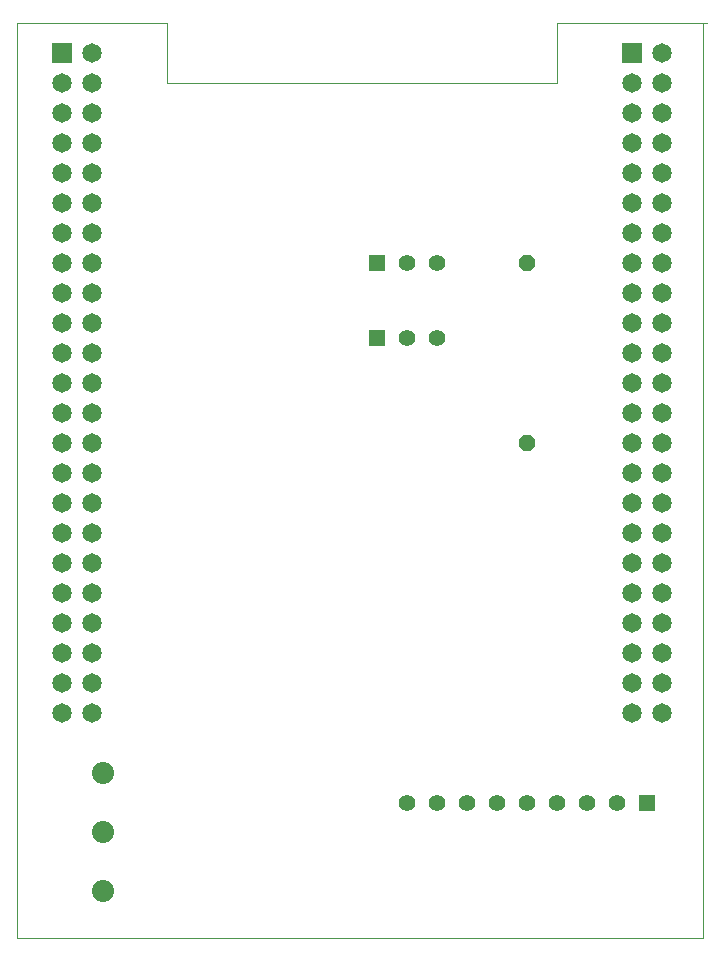
<source format=gtl>
G75*
%MOIN*%
%OFA0B0*%
%FSLAX25Y25*%
%IPPOS*%
%LPD*%
%AMOC8*
5,1,8,0,0,1.08239X$1,22.5*
%
%ADD10C,0.00000*%
%ADD11R,0.06500X0.06500*%
%ADD12C,0.06500*%
%ADD13C,0.07382*%
%ADD14R,0.05550X0.05550*%
%ADD15C,0.05550*%
%ADD16OC8,0.05600*%
D10*
X0001000Y0001000D02*
X0001000Y0305961D01*
X0001000Y0306000D02*
X0051000Y0306000D01*
X0051000Y0286000D01*
X0181000Y0286000D01*
X0181000Y0306000D01*
X0231000Y0306000D01*
X0229701Y0305961D02*
X0229701Y0001000D01*
X0001000Y0001000D01*
D11*
X0016000Y0296000D03*
X0206000Y0296000D03*
D12*
X0206000Y0286000D03*
X0206000Y0276000D03*
X0206000Y0266000D03*
X0206000Y0256000D03*
X0206000Y0246000D03*
X0206000Y0236000D03*
X0206000Y0226000D03*
X0206000Y0216000D03*
X0206000Y0206000D03*
X0206000Y0196000D03*
X0206000Y0186000D03*
X0206000Y0176000D03*
X0206000Y0166000D03*
X0206000Y0156000D03*
X0206000Y0146000D03*
X0206000Y0136000D03*
X0206000Y0126000D03*
X0206000Y0116000D03*
X0206000Y0106000D03*
X0206000Y0096000D03*
X0206000Y0086000D03*
X0206000Y0076000D03*
X0216000Y0076000D03*
X0216000Y0086000D03*
X0216000Y0096000D03*
X0216000Y0106000D03*
X0216000Y0116000D03*
X0216000Y0126000D03*
X0216000Y0136000D03*
X0216000Y0146000D03*
X0216000Y0156000D03*
X0216000Y0166000D03*
X0216000Y0176000D03*
X0216000Y0186000D03*
X0216000Y0196000D03*
X0216000Y0206000D03*
X0216000Y0216000D03*
X0216000Y0226000D03*
X0216000Y0236000D03*
X0216000Y0246000D03*
X0216000Y0256000D03*
X0216000Y0266000D03*
X0216000Y0276000D03*
X0216000Y0286000D03*
X0216000Y0296000D03*
X0026000Y0296000D03*
X0026000Y0286000D03*
X0026000Y0276000D03*
X0026000Y0266000D03*
X0026000Y0256000D03*
X0026000Y0246000D03*
X0026000Y0236000D03*
X0026000Y0226000D03*
X0026000Y0216000D03*
X0026000Y0206000D03*
X0026000Y0196000D03*
X0026000Y0186000D03*
X0026000Y0176000D03*
X0026000Y0166000D03*
X0026000Y0156000D03*
X0026000Y0146000D03*
X0026000Y0136000D03*
X0026000Y0126000D03*
X0026000Y0116000D03*
X0026000Y0106000D03*
X0026000Y0096000D03*
X0026000Y0086000D03*
X0026000Y0076000D03*
X0016000Y0076000D03*
X0016000Y0086000D03*
X0016000Y0096000D03*
X0016000Y0106000D03*
X0016000Y0116000D03*
X0016000Y0126000D03*
X0016000Y0136000D03*
X0016000Y0146000D03*
X0016000Y0156000D03*
X0016000Y0166000D03*
X0016000Y0176000D03*
X0016000Y0186000D03*
X0016000Y0196000D03*
X0016000Y0206000D03*
X0016000Y0216000D03*
X0016000Y0226000D03*
X0016000Y0236000D03*
X0016000Y0246000D03*
X0016000Y0256000D03*
X0016000Y0266000D03*
X0016000Y0276000D03*
X0016000Y0286000D03*
D13*
X0029622Y0056157D03*
X0029622Y0036472D03*
X0029622Y0016787D03*
D14*
X0121000Y0201000D03*
X0121000Y0226000D03*
X0211000Y0046000D03*
D15*
X0201000Y0046000D03*
X0191000Y0046000D03*
X0181000Y0046000D03*
X0171000Y0046000D03*
X0161000Y0046000D03*
X0151000Y0046000D03*
X0141000Y0046000D03*
X0131000Y0046000D03*
X0131000Y0201000D03*
X0141000Y0201000D03*
X0141000Y0226000D03*
X0131000Y0226000D03*
D16*
X0171000Y0226000D03*
X0171000Y0166000D03*
M02*

</source>
